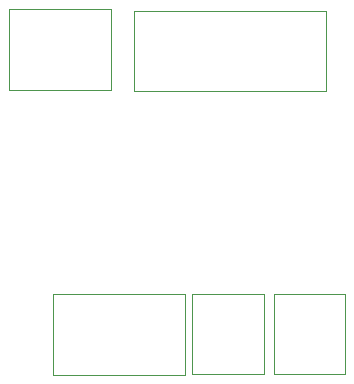
<source format=gbr>
G04 #@! TF.GenerationSoftware,KiCad,Pcbnew,(6.0.7-1)-1*
G04 #@! TF.CreationDate,2023-10-30T20:06:16+10:00*
G04 #@! TF.ProjectId,CONTROLLER_Radar Altimeter,434f4e54-524f-44c4-9c45-525f52616461,1*
G04 #@! TF.SameCoordinates,Original*
G04 #@! TF.FileFunction,Other,User*
%FSLAX46Y46*%
G04 Gerber Fmt 4.6, Leading zero omitted, Abs format (unit mm)*
G04 Created by KiCad (PCBNEW (6.0.7-1)-1) date 2023-10-30 20:06:16*
%MOMM*%
%LPD*%
G01*
G04 APERTURE LIST*
%ADD10C,0.050000*%
G04 APERTURE END LIST*
D10*
X48670000Y-85390000D02*
X48670000Y-92190000D01*
X37510000Y-92190000D02*
X37510000Y-85390000D01*
X48670000Y-92190000D02*
X37510000Y-92190000D01*
X37510000Y-85390000D02*
X48670000Y-85390000D01*
X55380000Y-92140000D02*
X49300000Y-92140000D01*
X55380000Y-85340000D02*
X55380000Y-92140000D01*
X49300000Y-92140000D02*
X49300000Y-85340000D01*
X49300000Y-85340000D02*
X55380000Y-85340000D01*
X44390000Y-68210000D02*
X44390000Y-61410000D01*
X60630000Y-61410000D02*
X60630000Y-68210000D01*
X44390000Y-61410000D02*
X60630000Y-61410000D01*
X60630000Y-68210000D02*
X44390000Y-68210000D01*
X42370000Y-68060000D02*
X33750000Y-68060000D01*
X33750000Y-61260000D02*
X42370000Y-61260000D01*
X42370000Y-61260000D02*
X42370000Y-68060000D01*
X33750000Y-68060000D02*
X33750000Y-61260000D01*
X56180000Y-92170000D02*
X56180000Y-85370000D01*
X62260000Y-92170000D02*
X56180000Y-92170000D01*
X56180000Y-85370000D02*
X62260000Y-85370000D01*
X62260000Y-85370000D02*
X62260000Y-92170000D01*
M02*

</source>
